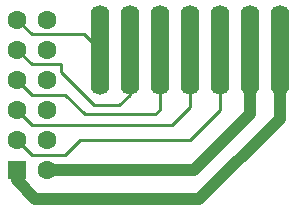
<source format=gbl>
%FSLAX46Y46*%
G04 Gerber Fmt 4.6, Leading zero omitted, Abs format (unit mm)*
G04 Created by KiCad (PCBNEW (2014-10-27 BZR 5228)-product) date 21/11/2015 15:14:05*
%MOMM*%
G01*
G04 APERTURE LIST*
%ADD10C,0.100000*%
%ADD11O,1.600000X7.600000*%
%ADD12R,1.600000X1.500000*%
%ADD13C,1.600000*%
%ADD14C,1.000000*%
%ADD15C,0.250000*%
G04 APERTURE END LIST*
D10*
D11*
X23889000Y-3958000D03*
X21349000Y-3958000D03*
X18809000Y-3958000D03*
X16269000Y-3958000D03*
X13729000Y-3958000D03*
X11189000Y-3958000D03*
X8649000Y-3958000D03*
D12*
X1600000Y-14100000D03*
D13*
X4140000Y-14100000D03*
X1600000Y-11560000D03*
X4140000Y-11560000D03*
X1600000Y-9020000D03*
X4140000Y-9020000D03*
X1600000Y-6480000D03*
X4140000Y-6480000D03*
X1600000Y-3940000D03*
X4140000Y-3940000D03*
X1600000Y-1400000D03*
X4140000Y-1400000D03*
D14*
X9919000Y-16600000D02*
X17089000Y-16600000D01*
X17089000Y-16600000D02*
X23889000Y-9800000D01*
X23889000Y-9800000D02*
X23889000Y-3958000D01*
X1600000Y-14100000D02*
X1600000Y-15000000D01*
X3200000Y-16600000D02*
X9919000Y-16600000D01*
X9919000Y-16600000D02*
X10000000Y-16600000D01*
X1600000Y-15000000D02*
X3200000Y-16600000D01*
X9960000Y-14100000D02*
X16668000Y-14100000D01*
X4140000Y-14100000D02*
X9960000Y-14100000D01*
X21349000Y-9419000D02*
X21349000Y-3958000D01*
X16668000Y-14100000D02*
X21349000Y-9419000D01*
D15*
X5347000Y-12850000D02*
X5726000Y-12850000D01*
X6998000Y-11578000D02*
X16269000Y-11578000D01*
X5726000Y-12850000D02*
X6998000Y-11578000D01*
X18809000Y-9038000D02*
X18809000Y-3958000D01*
X16269000Y-11578000D02*
X18809000Y-9038000D01*
X1600000Y-11560000D02*
X1610000Y-11560000D01*
X1610000Y-11560000D02*
X2900000Y-12850000D01*
X2900000Y-12850000D02*
X5347000Y-12850000D01*
X5347000Y-12850000D02*
X5400000Y-12850000D01*
X5347000Y-10300000D02*
X14753000Y-10300000D01*
X16269000Y-8784000D02*
X16269000Y-3958000D01*
X14753000Y-10300000D02*
X16269000Y-8784000D01*
X1600000Y-9020000D02*
X1620000Y-9020000D01*
X1620000Y-9020000D02*
X2900000Y-10300000D01*
X2900000Y-10300000D02*
X5347000Y-10300000D01*
X5347000Y-10300000D02*
X5400000Y-10300000D01*
X5474000Y-7750000D02*
X5710000Y-7750000D01*
X7379000Y-9419000D02*
X13348000Y-9419000D01*
X5710000Y-7750000D02*
X7379000Y-9419000D01*
X5347000Y-7750000D02*
X5474000Y-7750000D01*
X13729000Y-9038000D02*
X13729000Y-3958000D01*
X13348000Y-9419000D02*
X13729000Y-9038000D01*
X1600000Y-6480000D02*
X1630000Y-6480000D01*
X1630000Y-6480000D02*
X2900000Y-7750000D01*
X2900000Y-7750000D02*
X5347000Y-7750000D01*
X5347000Y-7750000D02*
X5400000Y-7750000D01*
X8141000Y-8657000D02*
X10300000Y-8657000D01*
X5347000Y-5200000D02*
X5347000Y-5863000D01*
X11189000Y-7768000D02*
X11189000Y-3958000D01*
X10300000Y-8657000D02*
X11189000Y-7768000D01*
X5347000Y-5863000D02*
X8141000Y-8657000D01*
X1600000Y-3940000D02*
X1640000Y-3940000D01*
X1640000Y-3940000D02*
X2900000Y-5200000D01*
X2900000Y-5200000D02*
X5347000Y-5200000D01*
X5347000Y-5200000D02*
X5400000Y-5200000D01*
X5347000Y-2650000D02*
X7341000Y-2650000D01*
X7341000Y-2650000D02*
X8649000Y-3958000D01*
X1600000Y-1400000D02*
X1650000Y-1400000D01*
X1650000Y-1400000D02*
X2900000Y-2650000D01*
X2900000Y-2650000D02*
X5347000Y-2650000D01*
X5347000Y-2650000D02*
X5400000Y-2650000D01*
M02*

</source>
